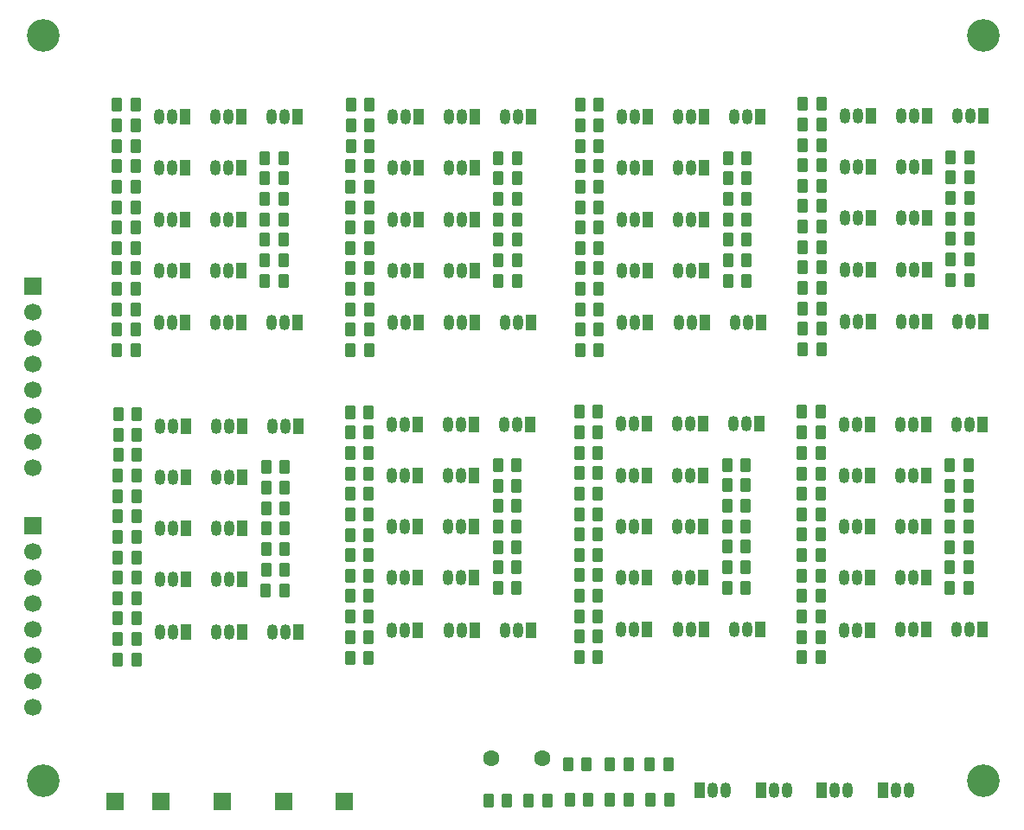
<source format=gbr>
%TF.GenerationSoftware,KiCad,Pcbnew,9.0.7*%
%TF.CreationDate,2026-01-15T13:11:20+00:00*%
%TF.ProjectId,reg,7265672e-6b69-4636-9164-5f7063625858,rev?*%
%TF.SameCoordinates,Original*%
%TF.FileFunction,Soldermask,Top*%
%TF.FilePolarity,Negative*%
%FSLAX46Y46*%
G04 Gerber Fmt 4.6, Leading zero omitted, Abs format (unit mm)*
G04 Created by KiCad (PCBNEW 9.0.7) date 2026-01-15 13:11:20*
%MOMM*%
%LPD*%
G01*
G04 APERTURE LIST*
G04 Aperture macros list*
%AMRoundRect*
0 Rectangle with rounded corners*
0 $1 Rounding radius*
0 $2 $3 $4 $5 $6 $7 $8 $9 X,Y pos of 4 corners*
0 Add a 4 corners polygon primitive as box body*
4,1,4,$2,$3,$4,$5,$6,$7,$8,$9,$2,$3,0*
0 Add four circle primitives for the rounded corners*
1,1,$1+$1,$2,$3*
1,1,$1+$1,$4,$5*
1,1,$1+$1,$6,$7*
1,1,$1+$1,$8,$9*
0 Add four rect primitives between the rounded corners*
20,1,$1+$1,$2,$3,$4,$5,0*
20,1,$1+$1,$4,$5,$6,$7,0*
20,1,$1+$1,$6,$7,$8,$9,0*
20,1,$1+$1,$8,$9,$2,$3,0*%
G04 Aperture macros list end*
%ADD10RoundRect,0.250000X-0.262500X-0.450000X0.262500X-0.450000X0.262500X0.450000X-0.262500X0.450000X0*%
%ADD11R,1.050000X1.500000*%
%ADD12O,1.050000X1.500000*%
%ADD13R,1.700000X1.700000*%
%ADD14C,1.700000*%
%ADD15C,3.200000*%
%ADD16C,1.600000*%
G04 APERTURE END LIST*
D10*
%TO.C,R407*%
X71537051Y-44289023D03*
X73362051Y-44289023D03*
%TD*%
D11*
%TO.C,Q706*%
X61198610Y-62567889D03*
D12*
X59928610Y-62567889D03*
X58658610Y-62567889D03*
%TD*%
D10*
%TO.C,R903*%
X107738518Y-73599800D03*
X109563518Y-73599800D03*
%TD*%
%TO.C,R509*%
X107834772Y-31380819D03*
X109659772Y-31380819D03*
%TD*%
D11*
%TO.C,Q804*%
X83646786Y-77668454D03*
D12*
X82376786Y-77668454D03*
X81106786Y-77668454D03*
%TD*%
D11*
%TO.C,Q608*%
X38481392Y-72768489D03*
D12*
X37211392Y-72768489D03*
X35941392Y-72768489D03*
%TD*%
D10*
%TO.C,R807*%
X71450440Y-74350943D03*
X73275440Y-74350943D03*
%TD*%
%TO.C,R505*%
X93362618Y-30189977D03*
X95187618Y-30189977D03*
%TD*%
D11*
%TO.C,Q411*%
X83719551Y-27473136D03*
D12*
X82449551Y-27473136D03*
X81179551Y-27473136D03*
%TD*%
D10*
%TO.C,R319*%
X49100733Y-26268489D03*
X50925733Y-26268489D03*
%TD*%
D11*
%TO.C,Q705*%
X55698610Y-62567889D03*
D12*
X54428610Y-62567889D03*
X53158610Y-62567889D03*
%TD*%
D11*
%TO.C,Q510*%
X105517272Y-37380819D03*
D12*
X104247272Y-37380819D03*
X102977272Y-37380819D03*
%TD*%
D11*
%TO.C,Q205*%
X32880375Y-32473136D03*
D12*
X31610375Y-32473136D03*
X30340375Y-32473136D03*
%TD*%
D10*
%TO.C,R713*%
X49016110Y-68383776D03*
X50841110Y-68383776D03*
%TD*%
%TO.C,R616*%
X40798892Y-65775600D03*
X42623892Y-65775600D03*
%TD*%
D11*
%TO.C,Q605*%
X32981392Y-62768489D03*
D12*
X31711392Y-62768489D03*
X30441392Y-62768489D03*
%TD*%
D11*
%TO.C,Q210*%
X38380375Y-37473136D03*
D12*
X37110375Y-37473136D03*
X35840375Y-37473136D03*
%TD*%
D10*
%TO.C,R719*%
X49047951Y-56364242D03*
X50872951Y-56364242D03*
%TD*%
%TO.C,R312*%
X63568892Y-41472136D03*
X65393892Y-41472136D03*
%TD*%
%TO.C,R712*%
X63516110Y-71567889D03*
X65341110Y-71567889D03*
%TD*%
%TO.C,R203*%
X40677314Y-43520988D03*
X42502314Y-43520988D03*
%TD*%
D13*
%TO.C,GND*%
X30500000Y-94500000D03*
%TD*%
D11*
%TO.C,Q901*%
X110941579Y-57551948D03*
D12*
X109671579Y-57551948D03*
X108401579Y-57551948D03*
%TD*%
D11*
%TO.C,Q306*%
X61251392Y-32472136D03*
D12*
X59981392Y-32472136D03*
X58711392Y-32472136D03*
%TD*%
D11*
%TO.C,Q710*%
X61198610Y-67567889D03*
D12*
X59928610Y-67567889D03*
X58658610Y-67567889D03*
%TD*%
D10*
%TO.C,R720*%
X49043956Y-58377047D03*
X50868956Y-58377047D03*
%TD*%
D13*
%TO.C,DATA_OUT*%
X18000000Y-44000000D03*
D14*
X18000000Y-46540000D03*
X18000000Y-49080000D03*
X18000000Y-51620000D03*
X18000000Y-54160000D03*
X18000000Y-56700000D03*
X18000000Y-59240000D03*
X18000000Y-61780000D03*
%TD*%
D10*
%TO.C,R412*%
X86037051Y-41473136D03*
X87862051Y-41473136D03*
%TD*%
%TO.C,R901*%
X93259079Y-72367835D03*
X95084079Y-72367835D03*
%TD*%
%TO.C,R513*%
X93334772Y-38196706D03*
X95159772Y-38196706D03*
%TD*%
D11*
%TO.C,Q202*%
X32880375Y-47613136D03*
D12*
X31610375Y-47613136D03*
X30340375Y-47613136D03*
%TD*%
D10*
%TO.C,R706*%
X49016110Y-70383776D03*
X50841110Y-70383776D03*
%TD*%
%TO.C,R908*%
X93259079Y-62367835D03*
X95084079Y-62367835D03*
%TD*%
%TO.C,R510*%
X93334772Y-34196706D03*
X95159772Y-34196706D03*
%TD*%
D11*
%TO.C,Q410*%
X83719551Y-37473136D03*
D12*
X82449551Y-37473136D03*
X81179551Y-37473136D03*
%TD*%
D11*
%TO.C,Q203*%
X43909856Y-47606534D03*
D12*
X42639856Y-47606534D03*
X41369856Y-47606534D03*
%TD*%
D10*
%TO.C,R808*%
X71450440Y-62350943D03*
X73275440Y-62350943D03*
%TD*%
%TO.C,R102*%
X78369678Y-90860409D03*
X80194678Y-90860409D03*
%TD*%
D11*
%TO.C,Q906*%
X105441579Y-62551948D03*
D12*
X104171579Y-62551948D03*
X102901579Y-62551948D03*
%TD*%
D11*
%TO.C,Q507*%
X100017272Y-42380819D03*
D12*
X98747272Y-42380819D03*
X97477272Y-42380819D03*
%TD*%
D10*
%TO.C,R610*%
X26298892Y-64584376D03*
X28123892Y-64584376D03*
%TD*%
D11*
%TO.C,Q509*%
X100017272Y-37380819D03*
D12*
X98747272Y-37380819D03*
X97477272Y-37380819D03*
%TD*%
D10*
%TO.C,R810*%
X71450440Y-64350943D03*
X73275440Y-64350943D03*
%TD*%
%TO.C,R209*%
X40697875Y-31473136D03*
X42522875Y-31473136D03*
%TD*%
D11*
%TO.C,Q801*%
X89132940Y-57535056D03*
D12*
X87862940Y-57535056D03*
X86592940Y-57535056D03*
%TD*%
D10*
%TO.C,R614*%
X26298892Y-66584376D03*
X28123892Y-66584376D03*
%TD*%
%TO.C,R809*%
X85950440Y-61535056D03*
X87775440Y-61535056D03*
%TD*%
D11*
%TO.C,Q101*%
X101230000Y-93360000D03*
D12*
X102500000Y-93360000D03*
X103770000Y-93360000D03*
%TD*%
D10*
%TO.C,R310*%
X49068892Y-34288023D03*
X50893892Y-34288023D03*
%TD*%
%TO.C,R402*%
X71537453Y-48301610D03*
X73362453Y-48301610D03*
%TD*%
%TO.C,R210*%
X26197875Y-34289023D03*
X28022875Y-34289023D03*
%TD*%
D11*
%TO.C,Q601*%
X43981392Y-57768489D03*
D12*
X42711392Y-57768489D03*
X41441392Y-57768489D03*
%TD*%
D10*
%TO.C,R611*%
X26309608Y-76581328D03*
X28134608Y-76581328D03*
%TD*%
D11*
%TO.C,Q212*%
X32880375Y-27473136D03*
D12*
X31610375Y-27473136D03*
X30340375Y-27473136D03*
%TD*%
D10*
%TO.C,R106*%
X74457178Y-94360409D03*
X76282178Y-94360409D03*
%TD*%
%TO.C,R107*%
X66531501Y-94366601D03*
X68356501Y-94366601D03*
%TD*%
%TO.C,R711*%
X49026826Y-76380728D03*
X50851826Y-76380728D03*
%TD*%
%TO.C,R208*%
X26197875Y-32289023D03*
X28022875Y-32289023D03*
%TD*%
%TO.C,R206*%
X26197875Y-40289023D03*
X28022875Y-40289023D03*
%TD*%
%TO.C,R703*%
X63495549Y-73615741D03*
X65320549Y-73615741D03*
%TD*%
%TO.C,R318*%
X63568892Y-33479247D03*
X65393892Y-33479247D03*
%TD*%
%TO.C,R913*%
X93259079Y-68367835D03*
X95084079Y-68367835D03*
%TD*%
%TO.C,R316*%
X63568892Y-35479247D03*
X65393892Y-35479247D03*
%TD*%
%TO.C,R811*%
X71461156Y-76347895D03*
X73286156Y-76347895D03*
%TD*%
D11*
%TO.C,Q102*%
X95230000Y-93360000D03*
D12*
X96500000Y-93360000D03*
X97770000Y-93360000D03*
%TD*%
D10*
%TO.C,R705*%
X49043956Y-60377047D03*
X50868956Y-60377047D03*
%TD*%
%TO.C,R906*%
X93259079Y-70367835D03*
X95084079Y-70367835D03*
%TD*%
%TO.C,R410*%
X71537051Y-34289023D03*
X73362051Y-34289023D03*
%TD*%
%TO.C,R507*%
X93334772Y-44196706D03*
X95159772Y-44196706D03*
%TD*%
D11*
%TO.C,Q810*%
X83632940Y-67535056D03*
D12*
X82362940Y-67535056D03*
X81092940Y-67535056D03*
%TD*%
D15*
%TO.C,REF\u002A\u002A*%
X111000000Y-92420000D03*
%TD*%
D10*
%TO.C,R607*%
X26298892Y-74584376D03*
X28123892Y-74584376D03*
%TD*%
D11*
%TO.C,Q812*%
X78132940Y-57535056D03*
D12*
X76862940Y-57535056D03*
X75592940Y-57535056D03*
%TD*%
D10*
%TO.C,R303*%
X63548331Y-43519988D03*
X65373331Y-43519988D03*
%TD*%
D16*
%TO.C,C101*%
X62886223Y-90287423D03*
X67886223Y-90287423D03*
%TD*%
D10*
%TO.C,R411*%
X71547767Y-46285975D03*
X73372767Y-46285975D03*
%TD*%
%TO.C,R305*%
X49096738Y-30281294D03*
X50921738Y-30281294D03*
%TD*%
D11*
%TO.C,Q802*%
X78132940Y-77675056D03*
D12*
X76862940Y-77675056D03*
X75592940Y-77675056D03*
%TD*%
D11*
%TO.C,Q908*%
X105441579Y-72551948D03*
D12*
X104171579Y-72551948D03*
X102901579Y-72551948D03*
%TD*%
D15*
%TO.C,REF\u002A\u002A*%
X111000000Y-19500000D03*
%TD*%
D11*
%TO.C,Q707*%
X55698610Y-72567889D03*
D12*
X54428610Y-72567889D03*
X53158610Y-72567889D03*
%TD*%
D10*
%TO.C,R414*%
X71537051Y-36289023D03*
X73362051Y-36289023D03*
%TD*%
D11*
%TO.C,Q512*%
X100017272Y-27380819D03*
D12*
X98747272Y-27380819D03*
X97477272Y-27380819D03*
%TD*%
D11*
%TO.C,Q302*%
X55751392Y-47612136D03*
D12*
X54481392Y-47612136D03*
X53211392Y-47612136D03*
%TD*%
D10*
%TO.C,R103*%
X74457178Y-90860409D03*
X76282178Y-90860409D03*
%TD*%
%TO.C,R813*%
X71450440Y-68350943D03*
X73275440Y-68350943D03*
%TD*%
%TO.C,R806*%
X71450440Y-70350943D03*
X73275440Y-70350943D03*
%TD*%
%TO.C,R805*%
X71478286Y-60344214D03*
X73303286Y-60344214D03*
%TD*%
%TO.C,R802*%
X71450842Y-78363530D03*
X73275842Y-78363530D03*
%TD*%
%TO.C,R202*%
X26198277Y-48301610D03*
X28023277Y-48301610D03*
%TD*%
D11*
%TO.C,Q602*%
X32981392Y-77908489D03*
D12*
X31711392Y-77908489D03*
X30441392Y-77908489D03*
%TD*%
D10*
%TO.C,R416*%
X86037051Y-35480247D03*
X87862051Y-35480247D03*
%TD*%
D11*
%TO.C,Q806*%
X83632940Y-62535056D03*
D12*
X82362940Y-62535056D03*
X81092940Y-62535056D03*
%TD*%
D10*
%TO.C,R619*%
X26330733Y-56564842D03*
X28155733Y-56564842D03*
%TD*%
%TO.C,R408*%
X71537051Y-32289023D03*
X73362051Y-32289023D03*
%TD*%
%TO.C,R201*%
X26197875Y-42289023D03*
X28022875Y-42289023D03*
%TD*%
D11*
%TO.C,Q301*%
X66751392Y-27472136D03*
D12*
X65481392Y-27472136D03*
X64211392Y-27472136D03*
%TD*%
D11*
%TO.C,Q702*%
X55698610Y-77707889D03*
D12*
X54428610Y-77707889D03*
X53158610Y-77707889D03*
%TD*%
D11*
%TO.C,Q404*%
X83733397Y-47606534D03*
D12*
X82463397Y-47606534D03*
X81193397Y-47606534D03*
%TD*%
D10*
%TO.C,R613*%
X26298892Y-68584376D03*
X28123892Y-68584376D03*
%TD*%
%TO.C,R818*%
X85950440Y-63542167D03*
X87775440Y-63542167D03*
%TD*%
%TO.C,R716*%
X63516110Y-65575000D03*
X65341110Y-65575000D03*
%TD*%
D11*
%TO.C,Q703*%
X66728091Y-77701287D03*
D12*
X65458091Y-77701287D03*
X64188091Y-77701287D03*
%TD*%
D10*
%TO.C,R204*%
X26198277Y-50301610D03*
X28023277Y-50301610D03*
%TD*%
D11*
%TO.C,Q505*%
X100017272Y-32380819D03*
D12*
X98747272Y-32380819D03*
X97477272Y-32380819D03*
%TD*%
D10*
%TO.C,R605*%
X26326738Y-60577647D03*
X28151738Y-60577647D03*
%TD*%
D11*
%TO.C,Q910*%
X105441579Y-67551948D03*
D12*
X104171579Y-67551948D03*
X102901579Y-67551948D03*
%TD*%
D11*
%TO.C,Q606*%
X38481392Y-62768489D03*
D12*
X37211392Y-62768489D03*
X35941392Y-62768489D03*
%TD*%
D11*
%TO.C,Q310*%
X61251392Y-37472136D03*
D12*
X59981392Y-37472136D03*
X58711392Y-37472136D03*
%TD*%
D10*
%TO.C,R309*%
X63568892Y-31472136D03*
X65393892Y-31472136D03*
%TD*%
%TO.C,R515*%
X107834772Y-39387930D03*
X109659772Y-39387930D03*
%TD*%
%TO.C,R602*%
X26299294Y-78596963D03*
X28124294Y-78596963D03*
%TD*%
%TO.C,R511*%
X93345488Y-46193658D03*
X95170488Y-46193658D03*
%TD*%
%TO.C,R817*%
X85950440Y-67542167D03*
X87775440Y-67542167D03*
%TD*%
D11*
%TO.C,Q610*%
X38481392Y-67768489D03*
D12*
X37211392Y-67768489D03*
X35941392Y-67768489D03*
%TD*%
D10*
%TO.C,R615*%
X40798892Y-69775600D03*
X42623892Y-69775600D03*
%TD*%
%TO.C,R910*%
X93259079Y-64367835D03*
X95084079Y-64367835D03*
%TD*%
D11*
%TO.C,Q511*%
X105517272Y-27380819D03*
D12*
X104247272Y-27380819D03*
X102977272Y-27380819D03*
%TD*%
D10*
%TO.C,R920*%
X93286925Y-58361106D03*
X95111925Y-58361106D03*
%TD*%
D11*
%TO.C,Q209*%
X32880375Y-37473136D03*
D12*
X31610375Y-37473136D03*
X30340375Y-37473136D03*
%TD*%
D10*
%TO.C,R212*%
X40697875Y-41473136D03*
X42522875Y-41473136D03*
%TD*%
D11*
%TO.C,Q712*%
X55698610Y-57567889D03*
D12*
X54428610Y-57567889D03*
X53158610Y-57567889D03*
%TD*%
D10*
%TO.C,R620*%
X26326738Y-58577647D03*
X28151738Y-58577647D03*
%TD*%
%TO.C,R701*%
X49016110Y-72383776D03*
X50841110Y-72383776D03*
%TD*%
%TO.C,R702*%
X49016512Y-78396363D03*
X50841512Y-78396363D03*
%TD*%
%TO.C,R603*%
X40778331Y-73816341D03*
X42603331Y-73816341D03*
%TD*%
%TO.C,R609*%
X40798892Y-61768489D03*
X42623892Y-61768489D03*
%TD*%
%TO.C,R608*%
X26298892Y-62584376D03*
X28123892Y-62584376D03*
%TD*%
%TO.C,R506*%
X93334772Y-40196706D03*
X95159772Y-40196706D03*
%TD*%
D11*
%TO.C,Q307*%
X55751392Y-42472136D03*
D12*
X54481392Y-42472136D03*
X53211392Y-42472136D03*
%TD*%
D10*
%TO.C,R819*%
X71482281Y-56331409D03*
X73307281Y-56331409D03*
%TD*%
%TO.C,R710*%
X49016110Y-64383776D03*
X50841110Y-64383776D03*
%TD*%
%TO.C,R918*%
X107759079Y-63559059D03*
X109584079Y-63559059D03*
%TD*%
D11*
%TO.C,Q701*%
X66698610Y-57567889D03*
D12*
X65428610Y-57567889D03*
X64158610Y-57567889D03*
%TD*%
D13*
%TO.C,+5V*%
X26000000Y-94500000D03*
%TD*%
D10*
%TO.C,R718*%
X63516110Y-63575000D03*
X65341110Y-63575000D03*
%TD*%
%TO.C,R415*%
X86037051Y-39480247D03*
X87862051Y-39480247D03*
%TD*%
D11*
%TO.C,Q407*%
X78219551Y-42473136D03*
D12*
X76949551Y-42473136D03*
X75679551Y-42473136D03*
%TD*%
D10*
%TO.C,R714*%
X49016110Y-66383776D03*
X50841110Y-66383776D03*
%TD*%
D11*
%TO.C,Q208*%
X38380375Y-42473136D03*
D12*
X37110375Y-42473136D03*
X35840375Y-42473136D03*
%TD*%
D10*
%TO.C,R406*%
X71537051Y-40289023D03*
X73362051Y-40289023D03*
%TD*%
D11*
%TO.C,Q506*%
X105517272Y-32380819D03*
D12*
X104247272Y-32380819D03*
X102977272Y-32380819D03*
%TD*%
D10*
%TO.C,R915*%
X107759079Y-69559059D03*
X109584079Y-69559059D03*
%TD*%
%TO.C,R617*%
X40798892Y-67775600D03*
X42623892Y-67775600D03*
%TD*%
D13*
%TO.C,RD_EN*%
X48500000Y-94500000D03*
%TD*%
D10*
%TO.C,R820*%
X71478286Y-58344214D03*
X73303286Y-58344214D03*
%TD*%
%TO.C,R902*%
X93259481Y-78380422D03*
X95084481Y-78380422D03*
%TD*%
D11*
%TO.C,Q408*%
X83719551Y-42473136D03*
D12*
X82449551Y-42473136D03*
X81179551Y-42473136D03*
%TD*%
D11*
%TO.C,Q206*%
X38380375Y-32473136D03*
D12*
X37110375Y-32473136D03*
X35840375Y-32473136D03*
%TD*%
D10*
%TO.C,R804*%
X71450842Y-80363530D03*
X73275842Y-80363530D03*
%TD*%
%TO.C,R618*%
X40798892Y-63775600D03*
X42623892Y-63775600D03*
%TD*%
D11*
%TO.C,Q903*%
X110971060Y-77685346D03*
D12*
X109701060Y-77685346D03*
X108431060Y-77685346D03*
%TD*%
D10*
%TO.C,R205*%
X26225721Y-30282294D03*
X28050721Y-30282294D03*
%TD*%
%TO.C,R313*%
X49068892Y-38288023D03*
X50893892Y-38288023D03*
%TD*%
D11*
%TO.C,Q905*%
X99941579Y-62551948D03*
D12*
X98671579Y-62551948D03*
X97401579Y-62551948D03*
%TD*%
D11*
%TO.C,Q809*%
X78132940Y-67535056D03*
D12*
X76862940Y-67535056D03*
X75592940Y-67535056D03*
%TD*%
D10*
%TO.C,R911*%
X93269795Y-76364787D03*
X95094795Y-76364787D03*
%TD*%
%TO.C,R518*%
X107834772Y-33387930D03*
X109659772Y-33387930D03*
%TD*%
%TO.C,R317*%
X63568892Y-37479247D03*
X65393892Y-37479247D03*
%TD*%
D11*
%TO.C,Q403*%
X89249032Y-47606534D03*
D12*
X87979032Y-47606534D03*
X86709032Y-47606534D03*
%TD*%
D15*
%TO.C,REF\u002A\u002A*%
X19000000Y-19500000D03*
%TD*%
D11*
%TO.C,Q401*%
X89219551Y-27473136D03*
D12*
X87949551Y-27473136D03*
X86679551Y-27473136D03*
%TD*%
D11*
%TO.C,Q711*%
X61198610Y-57567889D03*
D12*
X59928610Y-57567889D03*
X58658610Y-57567889D03*
%TD*%
D10*
%TO.C,R803*%
X85929879Y-73582908D03*
X87754879Y-73582908D03*
%TD*%
%TO.C,R715*%
X63516110Y-69575000D03*
X65341110Y-69575000D03*
%TD*%
D11*
%TO.C,Q912*%
X99941579Y-57551948D03*
D12*
X98671579Y-57551948D03*
X97401579Y-57551948D03*
%TD*%
D10*
%TO.C,R306*%
X49068892Y-40288023D03*
X50893892Y-40288023D03*
%TD*%
%TO.C,R909*%
X107759079Y-61551948D03*
X109584079Y-61551948D03*
%TD*%
%TO.C,R220*%
X26225721Y-28282294D03*
X28050721Y-28282294D03*
%TD*%
D11*
%TO.C,Q609*%
X32981392Y-67768489D03*
D12*
X31711392Y-67768489D03*
X30441392Y-67768489D03*
%TD*%
D10*
%TO.C,R213*%
X26197875Y-38289023D03*
X28022875Y-38289023D03*
%TD*%
%TO.C,R503*%
X107814211Y-43428671D03*
X109639211Y-43428671D03*
%TD*%
D11*
%TO.C,Q503*%
X111046753Y-47514217D03*
D12*
X109776753Y-47514217D03*
X108506753Y-47514217D03*
%TD*%
D10*
%TO.C,R105*%
X70369678Y-90860409D03*
X72194678Y-90860409D03*
%TD*%
D11*
%TO.C,Q803*%
X89162421Y-77668454D03*
D12*
X87892421Y-77668454D03*
X86622421Y-77668454D03*
%TD*%
D10*
%TO.C,R304*%
X49069294Y-50300610D03*
X50894294Y-50300610D03*
%TD*%
D11*
%TO.C,Q312*%
X55751392Y-27472136D03*
D12*
X54481392Y-27472136D03*
X53211392Y-27472136D03*
%TD*%
D11*
%TO.C,Q709*%
X55698610Y-67567889D03*
D12*
X54428610Y-67567889D03*
X53158610Y-67567889D03*
%TD*%
D10*
%TO.C,R601*%
X26298892Y-72584376D03*
X28123892Y-72584376D03*
%TD*%
D11*
%TO.C,Q603*%
X44010873Y-77901887D03*
D12*
X42740873Y-77901887D03*
X41470873Y-77901887D03*
%TD*%
D10*
%TO.C,R517*%
X107834772Y-37387930D03*
X109659772Y-37387930D03*
%TD*%
%TO.C,R801*%
X71450440Y-72350943D03*
X73275440Y-72350943D03*
%TD*%
D11*
%TO.C,Q207*%
X32880375Y-42473136D03*
D12*
X31610375Y-42473136D03*
X30340375Y-42473136D03*
%TD*%
D10*
%TO.C,R217*%
X40697875Y-37480247D03*
X42522875Y-37480247D03*
%TD*%
%TO.C,R606*%
X26298892Y-70584376D03*
X28123892Y-70584376D03*
%TD*%
D11*
%TO.C,Q402*%
X78219551Y-47613136D03*
D12*
X76949551Y-47613136D03*
X75679551Y-47613136D03*
%TD*%
D10*
%TO.C,R311*%
X49079608Y-46284975D03*
X50904608Y-46284975D03*
%TD*%
%TO.C,R516*%
X107834772Y-35387930D03*
X109659772Y-35387930D03*
%TD*%
D11*
%TO.C,Q305*%
X55751392Y-32472136D03*
D12*
X54481392Y-32472136D03*
X53211392Y-32472136D03*
%TD*%
D10*
%TO.C,R419*%
X71568892Y-26269489D03*
X73393892Y-26269489D03*
%TD*%
D11*
%TO.C,Q501*%
X111017272Y-27380819D03*
D12*
X109747272Y-27380819D03*
X108477272Y-27380819D03*
%TD*%
D11*
%TO.C,Q909*%
X99941579Y-67551948D03*
D12*
X98671579Y-67551948D03*
X97401579Y-67551948D03*
%TD*%
D10*
%TO.C,R418*%
X86037051Y-33480247D03*
X87862051Y-33480247D03*
%TD*%
D13*
%TO.C,CLK*%
X36500000Y-94500000D03*
%TD*%
D11*
%TO.C,Q902*%
X99941579Y-77691948D03*
D12*
X98671579Y-77691948D03*
X97401579Y-77691948D03*
%TD*%
D10*
%TO.C,R302*%
X49069294Y-48300610D03*
X50894294Y-48300610D03*
%TD*%
%TO.C,R211*%
X26208591Y-46285975D03*
X28033591Y-46285975D03*
%TD*%
D11*
%TO.C,Q805*%
X78132940Y-62535056D03*
D12*
X76862940Y-62535056D03*
X75592940Y-62535056D03*
%TD*%
D10*
%TO.C,R207*%
X26197875Y-44289023D03*
X28022875Y-44289023D03*
%TD*%
D11*
%TO.C,Q308*%
X61251392Y-42472136D03*
D12*
X59981392Y-42472136D03*
X58711392Y-42472136D03*
%TD*%
D10*
%TO.C,R214*%
X26197875Y-36289023D03*
X28022875Y-36289023D03*
%TD*%
%TO.C,R308*%
X49068892Y-32288023D03*
X50893892Y-32288023D03*
%TD*%
%TO.C,R314*%
X49068892Y-36288023D03*
X50893892Y-36288023D03*
%TD*%
%TO.C,R307*%
X49068892Y-44288023D03*
X50893892Y-44288023D03*
%TD*%
%TO.C,R216*%
X40697875Y-35480247D03*
X42522875Y-35480247D03*
%TD*%
%TO.C,R219*%
X26229716Y-26269489D03*
X28054716Y-26269489D03*
%TD*%
D11*
%TO.C,Q611*%
X38481392Y-57768489D03*
D12*
X37211392Y-57768489D03*
X35941392Y-57768489D03*
%TD*%
D11*
%TO.C,Q604*%
X38495238Y-77901887D03*
D12*
X37225238Y-77901887D03*
X35955238Y-77901887D03*
%TD*%
D11*
%TO.C,Q103*%
X89230000Y-93360000D03*
D12*
X90500000Y-93360000D03*
X91770000Y-93360000D03*
%TD*%
D10*
%TO.C,R403*%
X86016490Y-43520988D03*
X87841490Y-43520988D03*
%TD*%
%TO.C,R215*%
X40697875Y-39480247D03*
X42522875Y-39480247D03*
%TD*%
%TO.C,R816*%
X85950440Y-65542167D03*
X87775440Y-65542167D03*
%TD*%
D11*
%TO.C,Q409*%
X78219551Y-37473136D03*
D12*
X76949551Y-37473136D03*
X75679551Y-37473136D03*
%TD*%
D10*
%TO.C,R404*%
X71537453Y-50301610D03*
X73362453Y-50301610D03*
%TD*%
D11*
%TO.C,Q811*%
X83632940Y-57535056D03*
D12*
X82362940Y-57535056D03*
X81092940Y-57535056D03*
%TD*%
D13*
%TO.C,DATA_IN*%
X18000000Y-67500000D03*
D14*
X18000000Y-70040000D03*
X18000000Y-72580000D03*
X18000000Y-75120000D03*
X18000000Y-77660000D03*
X18000000Y-80200000D03*
X18000000Y-82740000D03*
X18000000Y-85280000D03*
%TD*%
D11*
%TO.C,Q504*%
X105531118Y-47514217D03*
D12*
X104261118Y-47514217D03*
X102991118Y-47514217D03*
%TD*%
D13*
%TO.C,WR_EN*%
X42500000Y-94500000D03*
%TD*%
D10*
%TO.C,R904*%
X93259481Y-80380422D03*
X95084481Y-80380422D03*
%TD*%
D11*
%TO.C,Q304*%
X61265238Y-47605534D03*
D12*
X59995238Y-47605534D03*
X58725238Y-47605534D03*
%TD*%
D15*
%TO.C,REF\u002A\u002A*%
X19000000Y-92420000D03*
%TD*%
D10*
%TO.C,R409*%
X86037051Y-31473136D03*
X87862051Y-31473136D03*
%TD*%
%TO.C,R514*%
X93334772Y-36196706D03*
X95159772Y-36196706D03*
%TD*%
D11*
%TO.C,Q904*%
X105455425Y-77685346D03*
D12*
X104185425Y-77685346D03*
X102915425Y-77685346D03*
%TD*%
D10*
%TO.C,R413*%
X71537051Y-38289023D03*
X73362051Y-38289023D03*
%TD*%
%TO.C,R504*%
X93335174Y-50209293D03*
X95160174Y-50209293D03*
%TD*%
D11*
%TO.C,Q104*%
X83230000Y-93360000D03*
D12*
X84500000Y-93360000D03*
X85770000Y-93360000D03*
%TD*%
D10*
%TO.C,R512*%
X107834772Y-41380819D03*
X109659772Y-41380819D03*
%TD*%
%TO.C,R814*%
X71450440Y-66350943D03*
X73275440Y-66350943D03*
%TD*%
%TO.C,R704*%
X49016512Y-80396363D03*
X50841512Y-80396363D03*
%TD*%
D11*
%TO.C,Q508*%
X105517272Y-42380819D03*
D12*
X104247272Y-42380819D03*
X102977272Y-42380819D03*
%TD*%
D10*
%TO.C,R508*%
X93334772Y-32196706D03*
X95159772Y-32196706D03*
%TD*%
%TO.C,R501*%
X93334772Y-42196706D03*
X95159772Y-42196706D03*
%TD*%
D11*
%TO.C,Q201*%
X43880375Y-27473136D03*
D12*
X42610375Y-27473136D03*
X41340375Y-27473136D03*
%TD*%
D10*
%TO.C,R218*%
X40697875Y-33480247D03*
X42522875Y-33480247D03*
%TD*%
%TO.C,R912*%
X107759079Y-71551948D03*
X109584079Y-71551948D03*
%TD*%
%TO.C,R320*%
X49096738Y-28281294D03*
X50921738Y-28281294D03*
%TD*%
D11*
%TO.C,Q406*%
X83719551Y-32473136D03*
D12*
X82449551Y-32473136D03*
X81179551Y-32473136D03*
%TD*%
D11*
%TO.C,Q204*%
X38394221Y-47606534D03*
D12*
X37124221Y-47606534D03*
X35854221Y-47606534D03*
%TD*%
D11*
%TO.C,Q211*%
X38380375Y-27473136D03*
D12*
X37110375Y-27473136D03*
X35840375Y-27473136D03*
%TD*%
D10*
%TO.C,R708*%
X49016110Y-62383776D03*
X50841110Y-62383776D03*
%TD*%
%TO.C,R520*%
X93362618Y-28189977D03*
X95187618Y-28189977D03*
%TD*%
%TO.C,R914*%
X93259079Y-66367835D03*
X95084079Y-66367835D03*
%TD*%
%TO.C,R104*%
X78457178Y-94360409D03*
X80282178Y-94360409D03*
%TD*%
%TO.C,R815*%
X85950440Y-69542167D03*
X87775440Y-69542167D03*
%TD*%
%TO.C,R707*%
X49016110Y-74383776D03*
X50841110Y-74383776D03*
%TD*%
D11*
%TO.C,Q502*%
X100017272Y-47520819D03*
D12*
X98747272Y-47520819D03*
X97477272Y-47520819D03*
%TD*%
D10*
%TO.C,R420*%
X71564897Y-28282294D03*
X73389897Y-28282294D03*
%TD*%
D11*
%TO.C,Q412*%
X78219551Y-27473136D03*
D12*
X76949551Y-27473136D03*
X75679551Y-27473136D03*
%TD*%
D10*
%TO.C,R917*%
X107759079Y-67559059D03*
X109584079Y-67559059D03*
%TD*%
D11*
%TO.C,Q612*%
X32981392Y-57768489D03*
D12*
X31711392Y-57768489D03*
X30441392Y-57768489D03*
%TD*%
D10*
%TO.C,R405*%
X71564897Y-30282294D03*
X73389897Y-30282294D03*
%TD*%
D11*
%TO.C,Q807*%
X78132940Y-72535056D03*
D12*
X76862940Y-72535056D03*
X75592940Y-72535056D03*
%TD*%
D11*
%TO.C,Q607*%
X32981392Y-72768489D03*
D12*
X31711392Y-72768489D03*
X30441392Y-72768489D03*
%TD*%
D10*
%TO.C,R916*%
X107759079Y-65559059D03*
X109584079Y-65559059D03*
%TD*%
%TO.C,R502*%
X93335174Y-48209293D03*
X95160174Y-48209293D03*
%TD*%
%TO.C,R101*%
X70544678Y-94360409D03*
X72369678Y-94360409D03*
%TD*%
%TO.C,R401*%
X71537051Y-42289023D03*
X73362051Y-42289023D03*
%TD*%
%TO.C,R108*%
X62584774Y-94389804D03*
X64409774Y-94389804D03*
%TD*%
D11*
%TO.C,Q309*%
X55751392Y-37472136D03*
D12*
X54481392Y-37472136D03*
X53211392Y-37472136D03*
%TD*%
D10*
%TO.C,R519*%
X93366613Y-26177172D03*
X95191613Y-26177172D03*
%TD*%
D11*
%TO.C,Q911*%
X105441579Y-57551948D03*
D12*
X104171579Y-57551948D03*
X102901579Y-57551948D03*
%TD*%
D11*
%TO.C,Q808*%
X83632940Y-72535056D03*
D12*
X82362940Y-72535056D03*
X81092940Y-72535056D03*
%TD*%
D11*
%TO.C,Q405*%
X78219551Y-32473136D03*
D12*
X76949551Y-32473136D03*
X75679551Y-32473136D03*
%TD*%
D11*
%TO.C,Q704*%
X61212456Y-77701287D03*
D12*
X59942456Y-77701287D03*
X58672456Y-77701287D03*
%TD*%
D10*
%TO.C,R301*%
X49068892Y-42288023D03*
X50893892Y-42288023D03*
%TD*%
%TO.C,R709*%
X63516110Y-61567889D03*
X65341110Y-61567889D03*
%TD*%
D11*
%TO.C,Q311*%
X61251392Y-27472136D03*
D12*
X59981392Y-27472136D03*
X58711392Y-27472136D03*
%TD*%
D10*
%TO.C,R812*%
X85950440Y-71535056D03*
X87775440Y-71535056D03*
%TD*%
%TO.C,R919*%
X93290920Y-56348301D03*
X95115920Y-56348301D03*
%TD*%
D11*
%TO.C,Q708*%
X61198610Y-72567889D03*
D12*
X59928610Y-72567889D03*
X58658610Y-72567889D03*
%TD*%
D11*
%TO.C,Q907*%
X99941579Y-72551948D03*
D12*
X98671579Y-72551948D03*
X97401579Y-72551948D03*
%TD*%
D10*
%TO.C,R604*%
X26299294Y-80596963D03*
X28124294Y-80596963D03*
%TD*%
%TO.C,R905*%
X93286925Y-60361106D03*
X95111925Y-60361106D03*
%TD*%
%TO.C,R315*%
X63568892Y-39479247D03*
X65393892Y-39479247D03*
%TD*%
D11*
%TO.C,Q303*%
X66780873Y-47605534D03*
D12*
X65510873Y-47605534D03*
X64240873Y-47605534D03*
%TD*%
D10*
%TO.C,R717*%
X63516110Y-67575000D03*
X65341110Y-67575000D03*
%TD*%
%TO.C,R907*%
X93259079Y-74367835D03*
X95084079Y-74367835D03*
%TD*%
%TO.C,R612*%
X40798892Y-71768489D03*
X42623892Y-71768489D03*
%TD*%
%TO.C,R417*%
X86037051Y-37480247D03*
X87862051Y-37480247D03*
%TD*%
M02*

</source>
